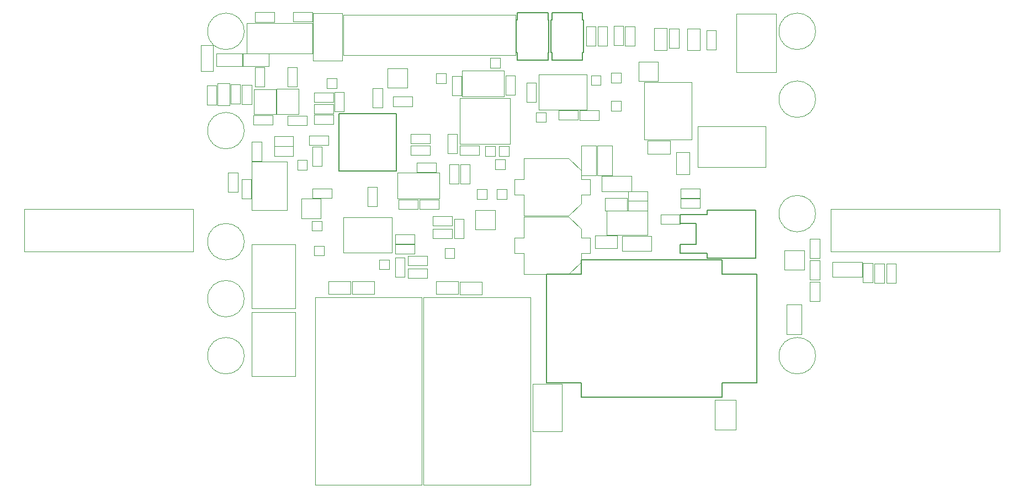
<source format=gbr>
G04 #@! TF.GenerationSoftware,KiCad,Pcbnew,7.0.6*
G04 #@! TF.CreationDate,2024-01-26T23:20:00-08:00*
G04 #@! TF.ProjectId,POWER_BOARD,504f5745-525f-4424-9f41-52442e6b6963,rev?*
G04 #@! TF.SameCoordinates,Original*
G04 #@! TF.FileFunction,Other,User*
%FSLAX46Y46*%
G04 Gerber Fmt 4.6, Leading zero omitted, Abs format (unit mm)*
G04 Created by KiCad (PCBNEW 7.0.6) date 2024-01-26 23:20:00*
%MOMM*%
%LPD*%
G01*
G04 APERTURE LIST*
%ADD10C,0.050000*%
%ADD11C,0.152400*%
G04 APERTURE END LIST*
D10*
X91992000Y-65818000D02*
X94952000Y-65818000D01*
X91992000Y-67278000D02*
X91992000Y-65818000D01*
X94952000Y-65818000D02*
X94952000Y-67278000D01*
X94952000Y-67278000D02*
X91992000Y-67278000D01*
X76504293Y-61139418D02*
X73544293Y-61139418D01*
X76504293Y-59679418D02*
X76504293Y-61139418D01*
X73544293Y-61139418D02*
X73544293Y-59679418D01*
X73544293Y-59679418D02*
X76504293Y-59679418D01*
X70623293Y-32574294D02*
X73583293Y-32574294D01*
X70623293Y-34034294D02*
X70623293Y-32574294D01*
X73583293Y-32574294D02*
X73583293Y-34034294D01*
X73583293Y-34034294D02*
X70623293Y-34034294D01*
X99573500Y-75880000D02*
X96213500Y-75880000D01*
X99573500Y-73980000D02*
X99573500Y-75880000D01*
X96213500Y-75880000D02*
X96213500Y-73980000D01*
X96213500Y-73980000D02*
X99573500Y-73980000D01*
X64214000Y-78052000D02*
X64214000Y-68252000D01*
X70914000Y-78052000D02*
X64214000Y-78052000D01*
X64214000Y-68252000D02*
X70914000Y-68252000D01*
X70914000Y-68252000D02*
X70914000Y-78052000D01*
X85908200Y-45548800D02*
X88868200Y-45548800D01*
X85908200Y-47008800D02*
X85908200Y-45548800D01*
X88868200Y-45548800D02*
X88868200Y-47008800D01*
X88868200Y-47008800D02*
X85908200Y-47008800D01*
X122980200Y-34740400D02*
X122980200Y-37700400D01*
X121520200Y-34740400D02*
X122980200Y-34740400D01*
X122980200Y-37700400D02*
X121520200Y-37700400D01*
X121520200Y-37700400D02*
X121520200Y-34740400D01*
X72694293Y-49963418D02*
X69734293Y-49963418D01*
X72694293Y-48503418D02*
X72694293Y-49963418D01*
X69734293Y-49963418D02*
X69734293Y-48503418D01*
X69734293Y-48503418D02*
X72694293Y-48503418D01*
X70914000Y-78666000D02*
X70914000Y-88466000D01*
X64214000Y-78666000D02*
X70914000Y-78666000D01*
X70914000Y-88466000D02*
X64214000Y-88466000D01*
X64214000Y-88466000D02*
X64214000Y-78666000D01*
X76776829Y-49765145D02*
X73816829Y-49765145D01*
X76776829Y-48305145D02*
X76776829Y-49765145D01*
X73816829Y-49765145D02*
X73816829Y-48305145D01*
X73816829Y-48305145D02*
X76776829Y-48305145D01*
X88195000Y-71914000D02*
X91155000Y-71914000D01*
X88195000Y-73374000D02*
X88195000Y-71914000D01*
X91155000Y-71914000D02*
X91155000Y-73374000D01*
X91155000Y-73374000D02*
X88195000Y-73374000D01*
X153075975Y-62790018D02*
X178975975Y-62790018D01*
X153075975Y-69290018D02*
X153075975Y-62790018D01*
X178975975Y-62790018D02*
X178975975Y-69290018D01*
X178975975Y-69290018D02*
X153075975Y-69290018D01*
X64527293Y-48376418D02*
X67487293Y-48376418D01*
X64527293Y-49836418D02*
X64527293Y-48376418D01*
X67487293Y-48376418D02*
X67487293Y-49836418D01*
X67487293Y-49836418D02*
X64527293Y-49836418D01*
X150722293Y-85301418D02*
G75*
G03*
X150722293Y-85301418I-2800000J0D01*
G01*
X108249000Y-42131000D02*
X108249000Y-47531000D01*
X108249000Y-47531000D02*
X115649000Y-47531000D01*
X115649000Y-42131000D02*
X108249000Y-42131000D01*
X115649000Y-47531000D02*
X115649000Y-42131000D01*
X106425293Y-46395418D02*
X106425293Y-43435418D01*
X107885293Y-46395418D02*
X106425293Y-46395418D01*
X106425293Y-43435418D02*
X107885293Y-43435418D01*
X107885293Y-43435418D02*
X107885293Y-46395418D01*
D11*
X77625293Y-56919418D02*
X86425293Y-56919418D01*
X86425293Y-56919418D02*
X86425293Y-48119418D01*
X86425293Y-48119418D02*
X77625293Y-48119418D01*
X77625293Y-48119418D02*
X77625293Y-56919418D01*
D10*
X83832000Y-70547800D02*
X83832000Y-72047800D01*
X83832000Y-70547800D02*
X85332000Y-70547800D01*
X85332000Y-72047800D02*
X83832000Y-72047800D01*
X85332000Y-72047800D02*
X85332000Y-70547800D01*
X63092293Y-50757418D02*
G75*
G03*
X63092293Y-50757418I-2800000J0D01*
G01*
X102214293Y-53182418D02*
X102214293Y-54682418D01*
X102214293Y-53182418D02*
X103714293Y-53182418D01*
X103714293Y-54682418D02*
X102214293Y-54682418D01*
X103714293Y-54682418D02*
X103714293Y-53182418D01*
X135306000Y-96661000D02*
X135306000Y-92061000D01*
X138506000Y-96661000D02*
X135306000Y-96661000D01*
X135306000Y-92061000D02*
X138506000Y-92061000D01*
X138506000Y-92061000D02*
X138506000Y-96661000D01*
X79404424Y-75840207D02*
X76004424Y-75840207D01*
X79404424Y-73880207D02*
X79404424Y-75840207D01*
X76004424Y-75840207D02*
X76004424Y-73880207D01*
X76004424Y-73880207D02*
X79404424Y-73880207D01*
X64294000Y-55455000D02*
X64294000Y-52495000D01*
X65754000Y-55455000D02*
X64294000Y-55455000D01*
X64294000Y-52495000D02*
X65754000Y-52495000D01*
X65754000Y-52495000D02*
X65754000Y-55455000D01*
X64561293Y-48236152D02*
X64561293Y-44386152D01*
X67961293Y-48236152D02*
X64561293Y-48236152D01*
X67961293Y-44386152D02*
X67961293Y-48236152D01*
X67961293Y-44386152D02*
X64561293Y-44386152D01*
X117891000Y-57752600D02*
X122491000Y-57752600D01*
X117891000Y-60052600D02*
X117891000Y-57752600D01*
X122491000Y-57752600D02*
X122491000Y-60052600D01*
X122491000Y-60052600D02*
X117891000Y-60052600D01*
X78298197Y-39183780D02*
X104748197Y-39183780D01*
X104748197Y-39183780D02*
X104748197Y-33033780D01*
X78298197Y-33033780D02*
X78298197Y-39183780D01*
X104748197Y-33033780D02*
X78298197Y-33033780D01*
X138628200Y-41804200D02*
X138628200Y-32854200D01*
X144728200Y-41804200D02*
X138628200Y-41804200D01*
X138628200Y-32854200D02*
X144728200Y-32854200D01*
X144728200Y-32854200D02*
X144728200Y-41804200D01*
X124492200Y-52151600D02*
X131692200Y-52151600D01*
X131692200Y-52151600D02*
X131692200Y-43351600D01*
X124492200Y-43351600D02*
X124492200Y-52151600D01*
X131692200Y-43351600D02*
X124492200Y-43351600D01*
X71182293Y-41022418D02*
X71182293Y-43982418D01*
X69722293Y-41022418D02*
X71182293Y-41022418D01*
X71182293Y-43982418D02*
X69722293Y-43982418D01*
X69722293Y-43982418D02*
X69722293Y-41022418D01*
X29412293Y-62790018D02*
X29412293Y-69290018D01*
X29412293Y-69290018D02*
X55312293Y-69290018D01*
X55312293Y-62790018D02*
X29412293Y-62790018D01*
X55312293Y-69290018D02*
X55312293Y-62790018D01*
X63092293Y-85301418D02*
G75*
G03*
X63092293Y-85301418I-2800000J0D01*
G01*
X100055293Y-53182418D02*
X100055293Y-54682418D01*
X100055293Y-53182418D02*
X101555293Y-53182418D01*
X101555293Y-54682418D02*
X100055293Y-54682418D01*
X101555293Y-54682418D02*
X101555293Y-53182418D01*
X119392000Y-46240000D02*
X119392000Y-47740000D01*
X119392000Y-46240000D02*
X120892000Y-46240000D01*
X120892000Y-47740000D02*
X119392000Y-47740000D01*
X120892000Y-47740000D02*
X120892000Y-46240000D01*
X150722293Y-45931418D02*
G75*
G03*
X150722293Y-45931418I-2800000J0D01*
G01*
X145997800Y-69112000D02*
X145997800Y-72112000D01*
X145997800Y-69112000D02*
X148997800Y-69112000D01*
X148997800Y-72112000D02*
X145997800Y-72112000D01*
X148997800Y-72112000D02*
X148997800Y-69112000D01*
X88657293Y-53075418D02*
X91617293Y-53075418D01*
X88657293Y-54535418D02*
X88657293Y-53075418D01*
X91617293Y-53075418D02*
X91617293Y-54535418D01*
X91617293Y-54535418D02*
X88657293Y-54535418D01*
X88225000Y-69954000D02*
X91185000Y-69954000D01*
X88225000Y-71414000D02*
X88225000Y-69954000D01*
X91185000Y-69954000D02*
X91185000Y-71414000D01*
X91185000Y-71414000D02*
X88225000Y-71414000D01*
X100817293Y-39593418D02*
X100817293Y-41093418D01*
X100817293Y-39593418D02*
X102317293Y-39593418D01*
X102317293Y-41093418D02*
X100817293Y-41093418D01*
X102317293Y-41093418D02*
X102317293Y-39593418D01*
X96546931Y-41533285D02*
X96546931Y-45533285D01*
X96546931Y-45533285D02*
X102946931Y-45533285D01*
X102946931Y-41533285D02*
X96546931Y-41533285D01*
X102946931Y-45533285D02*
X102946931Y-41533285D01*
X101579293Y-55214418D02*
X101579293Y-56714418D01*
X101579293Y-55214418D02*
X103079293Y-55214418D01*
X103079293Y-56714418D02*
X101579293Y-56714418D01*
X103079293Y-56714418D02*
X103079293Y-55214418D01*
X116293200Y-42277600D02*
X116293200Y-43777600D01*
X116293200Y-42277600D02*
X117793200Y-42277600D01*
X117793200Y-43777600D02*
X116293200Y-43777600D01*
X117793200Y-43777600D02*
X117793200Y-42277600D01*
X96221800Y-58909400D02*
X96221800Y-55949400D01*
X97681800Y-58909400D02*
X96221800Y-58909400D01*
X96221800Y-55949400D02*
X97681800Y-55949400D01*
X97681800Y-55949400D02*
X97681800Y-58909400D01*
X62897000Y-38928000D02*
X62897000Y-40828000D01*
X62897000Y-38928000D02*
X66897000Y-38928000D01*
X62897000Y-40828000D02*
X66897000Y-40828000D01*
X66897000Y-38928000D02*
X66897000Y-40828000D01*
X73468800Y-64629600D02*
X73468800Y-66129600D01*
X73468800Y-64629600D02*
X74968800Y-64629600D01*
X74968800Y-66129600D02*
X73468800Y-66129600D01*
X74968800Y-66129600D02*
X74968800Y-64629600D01*
X107017000Y-105150315D02*
X107017000Y-76370315D01*
X107017000Y-76370315D02*
X90617000Y-76370315D01*
X90617000Y-105150315D02*
X107017000Y-105150315D01*
X90617000Y-76370315D02*
X90617000Y-105150315D01*
X132696600Y-50096400D02*
X132696600Y-56346400D01*
X132696600Y-56346400D02*
X143096600Y-56346400D01*
X143096600Y-50096400D02*
X132696600Y-50096400D01*
X143096600Y-56346400D02*
X143096600Y-50096400D01*
X121253000Y-34715000D02*
X121253000Y-37675000D01*
X119793000Y-34715000D02*
X121253000Y-34715000D01*
X121253000Y-37675000D02*
X119793000Y-37675000D01*
X119793000Y-37675000D02*
X119793000Y-34715000D01*
X119392000Y-41922000D02*
X119392000Y-43422000D01*
X119392000Y-41922000D02*
X120892000Y-41922000D01*
X120892000Y-43422000D02*
X119392000Y-43422000D01*
X120892000Y-43422000D02*
X120892000Y-41922000D01*
X111327293Y-47614418D02*
X114287293Y-47614418D01*
X111327293Y-49074418D02*
X111327293Y-47614418D01*
X114287293Y-47614418D02*
X114287293Y-49074418D01*
X114287293Y-49074418D02*
X111327293Y-49074418D01*
X132979200Y-35073800D02*
X132979200Y-38433800D01*
X131079200Y-35073800D02*
X132979200Y-35073800D01*
X132979200Y-38433800D02*
X131079200Y-38433800D01*
X131079200Y-38433800D02*
X131079200Y-35073800D01*
X76961293Y-47792418D02*
X76961293Y-44832418D01*
X78421293Y-47792418D02*
X76961293Y-47792418D01*
X76961293Y-44832418D02*
X78421293Y-44832418D01*
X78421293Y-44832418D02*
X78421293Y-47792418D01*
X56454000Y-41624000D02*
X58354000Y-41624000D01*
X56454000Y-41624000D02*
X56454000Y-37624000D01*
X58354000Y-41624000D02*
X58354000Y-37624000D01*
X56454000Y-37624000D02*
X58354000Y-37624000D01*
X130059293Y-61203418D02*
X133019293Y-61203418D01*
X130059293Y-62663418D02*
X130059293Y-61203418D01*
X133019293Y-61203418D02*
X133019293Y-62663418D01*
X133019293Y-62663418D02*
X130059293Y-62663418D01*
X123569600Y-40181400D02*
X123569600Y-43181400D01*
X123569600Y-40181400D02*
X126569600Y-40181400D01*
X126569600Y-43181400D02*
X123569600Y-43181400D01*
X126569600Y-43181400D02*
X126569600Y-40181400D01*
X149892000Y-76918000D02*
X149892000Y-73958000D01*
X151352000Y-76918000D02*
X149892000Y-76918000D01*
X149892000Y-73958000D02*
X151352000Y-73958000D01*
X151352000Y-73958000D02*
X151352000Y-76918000D01*
X148567000Y-77473000D02*
X148567000Y-82033000D01*
X146327000Y-77473000D02*
X148567000Y-77473000D01*
X148567000Y-82033000D02*
X146327000Y-82033000D01*
X146327000Y-82033000D02*
X146327000Y-77473000D01*
X94330340Y-54215687D02*
X94330340Y-51255687D01*
X95790340Y-54215687D02*
X94330340Y-54215687D01*
X94330340Y-51255687D02*
X95790340Y-51255687D01*
X95790340Y-51255687D02*
X95790340Y-54215687D01*
X88657293Y-51297418D02*
X91617293Y-51297418D01*
X88657293Y-52757418D02*
X88657293Y-51297418D01*
X91617293Y-51297418D02*
X91617293Y-52757418D01*
X91617293Y-52757418D02*
X88657293Y-52757418D01*
X96449848Y-42358224D02*
X96449848Y-45318224D01*
X94989848Y-42358224D02*
X96449848Y-42358224D01*
X96449848Y-45318224D02*
X94989848Y-45318224D01*
X94989848Y-45318224D02*
X94989848Y-42358224D01*
D11*
X104991099Y-39924900D02*
X104991099Y-38773100D01*
X109689701Y-39924900D02*
X104991099Y-39924900D01*
X109689701Y-39924900D02*
X109689701Y-38773100D01*
X104838500Y-38773100D02*
X104838500Y-33769300D01*
X104991099Y-38773100D02*
X104838500Y-38773100D01*
X109842300Y-38773100D02*
X109689701Y-38773100D01*
X104838500Y-33769300D02*
X104991099Y-33769300D01*
X109689701Y-33769300D02*
X109842300Y-33769300D01*
X109842300Y-33769300D02*
X109842300Y-38773100D01*
X104991099Y-32617500D02*
X104991099Y-33769300D01*
X104991099Y-32617500D02*
X109689701Y-32617500D01*
X109689701Y-32617500D02*
X109689701Y-33769300D01*
D10*
X127905990Y-35023000D02*
X127905990Y-38383000D01*
X126005990Y-35023000D02*
X127905990Y-35023000D01*
X127905990Y-38383000D02*
X126005990Y-38383000D01*
X126005990Y-38383000D02*
X126005990Y-35023000D01*
X116930000Y-66838000D02*
X120330000Y-66838000D01*
X116930000Y-68798000D02*
X116930000Y-66838000D01*
X120330000Y-66838000D02*
X120330000Y-68798000D01*
X120330000Y-68798000D02*
X116930000Y-68798000D01*
X101833293Y-59786418D02*
X101833293Y-61286418D01*
X101833293Y-59786418D02*
X103333293Y-59786418D01*
X103333293Y-61286418D02*
X101833293Y-61286418D01*
X103333293Y-61286418D02*
X103333293Y-59786418D01*
X149892000Y-70314000D02*
X149892000Y-67354000D01*
X151352000Y-70314000D02*
X149892000Y-70314000D01*
X149892000Y-67354000D02*
X151352000Y-67354000D01*
X151352000Y-67354000D02*
X151352000Y-70314000D01*
X73663293Y-40056418D02*
X73663293Y-32756418D01*
X78163293Y-40056418D02*
X73663293Y-40056418D01*
X73663293Y-32756418D02*
X78163293Y-32756418D01*
X78163293Y-32756418D02*
X78163293Y-40056418D01*
X107351000Y-96918800D02*
X107351000Y-89618800D01*
X111851000Y-96918800D02*
X107351000Y-96918800D01*
X107351000Y-89618800D02*
X111851000Y-89618800D01*
X111851000Y-89618800D02*
X111851000Y-96918800D01*
X66229292Y-41022418D02*
X66229292Y-43982418D01*
X64769292Y-41022418D02*
X66229292Y-41022418D01*
X66229292Y-43982418D02*
X64769292Y-43982418D01*
X64769292Y-43982418D02*
X64769292Y-41022418D01*
X70644200Y-53104800D02*
X67684200Y-53104800D01*
X70644200Y-51644800D02*
X70644200Y-53104800D01*
X67684200Y-53104800D02*
X67684200Y-51644800D01*
X67684200Y-51644800D02*
X70644200Y-51644800D01*
X67763567Y-34054657D02*
X64803567Y-34054657D01*
X67763567Y-32594657D02*
X67763567Y-34054657D01*
X64803567Y-34054657D02*
X64803567Y-32594657D01*
X64803567Y-32594657D02*
X67763567Y-32594657D01*
X121029693Y-66952000D02*
X125589693Y-66952000D01*
X121029693Y-69192000D02*
X121029693Y-66952000D01*
X125589693Y-66952000D02*
X125589693Y-69192000D01*
X125589693Y-69192000D02*
X121029693Y-69192000D01*
X159798000Y-74111418D02*
X159798000Y-71151418D01*
X161258000Y-74111418D02*
X159798000Y-74111418D01*
X159798000Y-71151418D02*
X161258000Y-71151418D01*
X161258000Y-71151418D02*
X161258000Y-74111418D01*
X85114000Y-41172000D02*
X85114000Y-44172000D01*
X85114000Y-41172000D02*
X88114000Y-41172000D01*
X88114000Y-44172000D02*
X85114000Y-44172000D01*
X88114000Y-44172000D02*
X88114000Y-41172000D01*
X57385200Y-46768500D02*
X57385200Y-43808500D01*
X58845200Y-46768500D02*
X57385200Y-46768500D01*
X57385200Y-43808500D02*
X58845200Y-43808500D01*
X58845200Y-43808500D02*
X58845200Y-46768500D01*
X75996293Y-53011418D02*
X73036293Y-53011418D01*
X75996293Y-51551418D02*
X75996293Y-53011418D01*
X73036293Y-53011418D02*
X73036293Y-51551418D01*
X73036293Y-51551418D02*
X75996293Y-51551418D01*
X98785293Y-59786418D02*
X98785293Y-61286418D01*
X98785293Y-59786418D02*
X100285293Y-59786418D01*
X100285293Y-61286418D02*
X98785293Y-61286418D01*
X100285293Y-61286418D02*
X100285293Y-59786418D01*
X63092293Y-67801418D02*
G75*
G03*
X63092293Y-67801418I-2800000J0D01*
G01*
X93015944Y-61215017D02*
X93015944Y-57215017D01*
X93015944Y-57215017D02*
X86615944Y-57215017D01*
X86615944Y-61215017D02*
X93015944Y-61215017D01*
X86615944Y-57215017D02*
X86615944Y-61215017D01*
D11*
X141579600Y-62952450D02*
X141579600Y-70293050D01*
X134137400Y-62952450D02*
X141579600Y-62952450D01*
X134137400Y-63634249D02*
X134137400Y-62952450D01*
X129946400Y-63634249D02*
X134137400Y-63634249D01*
X132435600Y-65031249D02*
X129946400Y-65031249D01*
X129946400Y-65031249D02*
X129946400Y-63634249D01*
X132435600Y-68214251D02*
X132435600Y-65031249D01*
X129946400Y-68214251D02*
X132435600Y-68214251D01*
X134137400Y-69611251D02*
X129946400Y-69611251D01*
X129946400Y-69611251D02*
X129946400Y-68214251D01*
X141579600Y-70293050D02*
X134137400Y-70293050D01*
X134137400Y-70293050D02*
X134137400Y-69611251D01*
D10*
X93865000Y-68846000D02*
X93865000Y-70346000D01*
X93865000Y-68846000D02*
X95365000Y-68846000D01*
X95365000Y-70346000D02*
X93865000Y-70346000D01*
X95365000Y-70346000D02*
X95365000Y-68846000D01*
X58833000Y-38928000D02*
X58833000Y-40828000D01*
X58833000Y-38928000D02*
X62833000Y-38928000D01*
X58833000Y-40828000D02*
X62833000Y-40828000D01*
X62833000Y-38928000D02*
X62833000Y-40828000D01*
X150722293Y-35517418D02*
G75*
G03*
X150722293Y-35517418I-2800000J0D01*
G01*
D11*
X114998301Y-32617500D02*
X114998301Y-33769300D01*
X110299699Y-32617500D02*
X114998301Y-32617500D01*
X110299699Y-32617500D02*
X110299699Y-33769300D01*
X115150900Y-33769300D02*
X115150900Y-38773100D01*
X114998301Y-33769300D02*
X115150900Y-33769300D01*
X110147100Y-33769300D02*
X110299699Y-33769300D01*
X115150900Y-38773100D02*
X114998301Y-38773100D01*
X110299699Y-38773100D02*
X110147100Y-38773100D01*
X110147100Y-38773100D02*
X110147100Y-33769300D01*
X114998301Y-39924900D02*
X114998301Y-38773100D01*
X114998301Y-39924900D02*
X110299699Y-39924900D01*
X110299699Y-39924900D02*
X110299699Y-38773100D01*
D10*
X71873293Y-61195418D02*
X71873293Y-64195418D01*
X71873293Y-61195418D02*
X74873293Y-61195418D01*
X74873293Y-64195418D02*
X71873293Y-64195418D01*
X74873293Y-64195418D02*
X74873293Y-61195418D01*
X131358200Y-54053000D02*
X131358200Y-57453000D01*
X129398200Y-54053000D02*
X131358200Y-54053000D01*
X131358200Y-57453000D02*
X129398200Y-57453000D01*
X129398200Y-57453000D02*
X129398200Y-54053000D01*
X95292293Y-67271418D02*
X95292293Y-64311418D01*
X96752293Y-67271418D02*
X95292293Y-67271418D01*
X95292293Y-64311418D02*
X96752293Y-64311418D01*
X96752293Y-64311418D02*
X96752293Y-67271418D01*
X121989400Y-61550800D02*
X124949400Y-61550800D01*
X121989400Y-63010800D02*
X121989400Y-61550800D01*
X124949400Y-61550800D02*
X124949400Y-63010800D01*
X124949400Y-63010800D02*
X121989400Y-63010800D01*
X104631206Y-42341861D02*
X104631206Y-45301861D01*
X103171206Y-42341861D02*
X104631206Y-42341861D01*
X104631206Y-45301861D02*
X103171206Y-45301861D01*
X103171206Y-45301861D02*
X103171206Y-42341861D01*
X153345800Y-70939800D02*
X157905800Y-70939800D01*
X153345800Y-73179800D02*
X153345800Y-70939800D01*
X157905800Y-70939800D02*
X157905800Y-73179800D01*
X157905800Y-73179800D02*
X153345800Y-73179800D01*
X86277000Y-68231000D02*
X89237000Y-68231000D01*
X86277000Y-69691000D02*
X86277000Y-68231000D01*
X89237000Y-68231000D02*
X89237000Y-69691000D01*
X89237000Y-69691000D02*
X86277000Y-69691000D01*
X83501293Y-59437418D02*
X83501293Y-62397418D01*
X82041293Y-59437418D02*
X83501293Y-59437418D01*
X83501293Y-62397418D02*
X82041293Y-62397418D01*
X82041293Y-62397418D02*
X82041293Y-59437418D01*
X114801000Y-57672000D02*
X114801000Y-53072000D01*
X117101000Y-57672000D02*
X114801000Y-57672000D01*
X114801000Y-53072000D02*
X117101000Y-53072000D01*
X117101000Y-53072000D02*
X117101000Y-57672000D01*
X86292293Y-66707000D02*
X89252293Y-66707000D01*
X86292293Y-68167000D02*
X86292293Y-66707000D01*
X89252293Y-66707000D02*
X89252293Y-68167000D01*
X89252293Y-68167000D02*
X86292293Y-68167000D01*
X78349335Y-64071418D02*
X78349335Y-69471418D01*
X78349335Y-69471418D02*
X85749335Y-69471418D01*
X85749335Y-64071418D02*
X78349335Y-64071418D01*
X85749335Y-69471418D02*
X85749335Y-64071418D01*
X64230000Y-43732000D02*
X64230000Y-46692000D01*
X62770000Y-43732000D02*
X64230000Y-43732000D01*
X64230000Y-46692000D02*
X62770000Y-46692000D01*
X62770000Y-46692000D02*
X62770000Y-43732000D01*
X130059293Y-59679418D02*
X133019293Y-59679418D01*
X130059293Y-61139418D02*
X130059293Y-59679418D01*
X133019293Y-59679418D02*
X133019293Y-61139418D01*
X133019293Y-61139418D02*
X130059293Y-61139418D01*
X92539000Y-57118000D02*
X89579000Y-57118000D01*
X92539000Y-55658000D02*
X92539000Y-57118000D01*
X89579000Y-57118000D02*
X89579000Y-55658000D01*
X89579000Y-55658000D02*
X92539000Y-55658000D01*
X150722293Y-63500000D02*
G75*
G03*
X150722293Y-63500000I-2800000J0D01*
G01*
X103895591Y-52799313D02*
X103895591Y-45799313D01*
X103895591Y-45799313D02*
X96195591Y-45799313D01*
X96195591Y-52799313D02*
X103895591Y-52799313D01*
X96195591Y-45799313D02*
X96195591Y-52799313D01*
D11*
X141702601Y-89494996D02*
X136349905Y-89494996D01*
X141702601Y-72825000D02*
X141702601Y-89494996D01*
X141702601Y-72825000D02*
X136349905Y-72825000D01*
X136349905Y-91700998D02*
X114836105Y-91700998D01*
X136349905Y-89494996D02*
X136349905Y-91700998D01*
X136349905Y-72825000D02*
X136349905Y-70618998D01*
X114836105Y-89494996D02*
X114836105Y-91700998D01*
X114836105Y-72825000D02*
X114836105Y-70618998D01*
X114836105Y-70618998D02*
X136349905Y-70618998D01*
X109483409Y-89494996D02*
X114836105Y-89494996D01*
X109483409Y-72825000D02*
X114836105Y-72825000D01*
X109483409Y-72825000D02*
X109483409Y-89494996D01*
D10*
X129762000Y-35096000D02*
X129762000Y-38056000D01*
X128302000Y-35096000D02*
X129762000Y-35096000D01*
X129762000Y-38056000D02*
X128302000Y-38056000D01*
X128302000Y-38056000D02*
X128302000Y-35096000D01*
X89752697Y-62824802D02*
X86792697Y-62824802D01*
X89752697Y-61364802D02*
X89752697Y-62824802D01*
X86792697Y-62824802D02*
X86792697Y-61364802D01*
X86792697Y-61364802D02*
X89752697Y-61364802D01*
X62096400Y-57219400D02*
X62096400Y-60179400D01*
X60636400Y-57219400D02*
X62096400Y-57219400D01*
X62096400Y-60179400D02*
X60636400Y-60179400D01*
X60636400Y-60179400D02*
X60636400Y-57219400D01*
X149892000Y-73616000D02*
X149892000Y-70656000D01*
X151352000Y-73616000D02*
X149892000Y-73616000D01*
X149892000Y-70656000D02*
X151352000Y-70656000D01*
X151352000Y-70656000D02*
X151352000Y-73616000D01*
X64242293Y-62944000D02*
X69642293Y-62944000D01*
X69642293Y-62944000D02*
X69642293Y-55544000D01*
X64242293Y-55544000D02*
X64242293Y-62944000D01*
X69642293Y-55544000D02*
X64242293Y-55544000D01*
X68062724Y-48195426D02*
X68062724Y-44345426D01*
X71462724Y-48195426D02*
X68062724Y-48195426D01*
X71462724Y-44345426D02*
X71462724Y-48195426D01*
X71462724Y-44345426D02*
X68062724Y-44345426D01*
X87725000Y-70211000D02*
X87725000Y-73171000D01*
X86265000Y-70211000D02*
X87725000Y-70211000D01*
X87725000Y-73171000D02*
X86265000Y-73171000D01*
X86265000Y-73171000D02*
X86265000Y-70211000D01*
X118685054Y-63072708D02*
X118685054Y-66772708D01*
X118685054Y-63072708D02*
X124985054Y-63072708D01*
X118685054Y-66772708D02*
X124985054Y-66772708D01*
X124985054Y-63072708D02*
X124985054Y-66772708D01*
X90372293Y-105131418D02*
X90372293Y-76351418D01*
X90372293Y-76351418D02*
X73972293Y-76351418D01*
X73972293Y-105131418D02*
X90372293Y-105131418D01*
X73972293Y-76351418D02*
X73972293Y-105131418D01*
X124949400Y-61537600D02*
X121989400Y-61537600D01*
X124949400Y-60077600D02*
X124949400Y-61537600D01*
X121989400Y-61537600D02*
X121989400Y-60077600D01*
X121989400Y-60077600D02*
X124949400Y-60077600D01*
X163072293Y-71141418D02*
X163072293Y-74101418D01*
X161612293Y-71141418D02*
X163072293Y-71141418D01*
X163072293Y-74101418D02*
X161612293Y-74101418D01*
X161612293Y-74101418D02*
X161612293Y-71141418D01*
X117011200Y-34740400D02*
X117011200Y-37700400D01*
X115551200Y-34740400D02*
X117011200Y-34740400D01*
X117011200Y-37700400D02*
X115551200Y-37700400D01*
X115551200Y-37700400D02*
X115551200Y-34740400D01*
X76758293Y-46407418D02*
X73798293Y-46407418D01*
X76758293Y-44947418D02*
X76758293Y-46407418D01*
X73798293Y-46407418D02*
X73798293Y-44947418D01*
X73798293Y-44947418D02*
X76758293Y-44947418D01*
X159480000Y-71131418D02*
X159480000Y-74091418D01*
X158020000Y-71131418D02*
X159480000Y-71131418D01*
X159480000Y-74091418D02*
X158020000Y-74091418D01*
X158020000Y-74091418D02*
X158020000Y-71131418D01*
X134017000Y-38310000D02*
X134017000Y-35350000D01*
X135477000Y-38310000D02*
X134017000Y-38310000D01*
X134017000Y-35350000D02*
X135477000Y-35350000D01*
X135477000Y-35350000D02*
X135477000Y-38310000D01*
X83037679Y-75799094D02*
X79677679Y-75799094D01*
X83037679Y-73899094D02*
X83037679Y-75799094D01*
X79677679Y-75799094D02*
X79677679Y-73899094D01*
X79677679Y-73899094D02*
X83037679Y-73899094D01*
X107860400Y-47941800D02*
X107860400Y-49441800D01*
X107860400Y-47941800D02*
X109360400Y-47941800D01*
X109360400Y-49441800D02*
X107860400Y-49441800D01*
X109360400Y-49441800D02*
X109360400Y-47941800D01*
X94580000Y-58909400D02*
X94580000Y-55949400D01*
X96040000Y-58909400D02*
X94580000Y-58909400D01*
X94580000Y-55949400D02*
X96040000Y-55949400D01*
X96040000Y-55949400D02*
X96040000Y-58909400D01*
X76765565Y-48156145D02*
X73805565Y-48156145D01*
X76765565Y-46696145D02*
X76765565Y-48156145D01*
X73805565Y-48156145D02*
X73805565Y-46696145D01*
X73805565Y-46696145D02*
X76765565Y-46696145D01*
X63092293Y-35517418D02*
G75*
G03*
X63092293Y-35517418I-2800000J0D01*
G01*
X82836000Y-47200000D02*
X82836000Y-44240000D01*
X84296000Y-47200000D02*
X82836000Y-47200000D01*
X82836000Y-44240000D02*
X84296000Y-44240000D01*
X84296000Y-44240000D02*
X84296000Y-47200000D01*
X118442000Y-61080000D02*
X121842000Y-61080000D01*
X118442000Y-63040000D02*
X118442000Y-61080000D01*
X121842000Y-61080000D02*
X121842000Y-63040000D01*
X121842000Y-63040000D02*
X118442000Y-63040000D01*
X70644200Y-54628800D02*
X67684200Y-54628800D01*
X70644200Y-53168800D02*
X70644200Y-54628800D01*
X67684200Y-54628800D02*
X67684200Y-53168800D01*
X67684200Y-53168800D02*
X70644200Y-53168800D01*
X60894000Y-43506900D02*
X60894000Y-46866900D01*
X58994000Y-43506900D02*
X60894000Y-43506900D01*
X60894000Y-46866900D02*
X58994000Y-46866900D01*
X58994000Y-46866900D02*
X58994000Y-43506900D01*
X95936861Y-75837000D02*
X92536861Y-75837000D01*
X95936861Y-73877000D02*
X95936861Y-75837000D01*
X92536861Y-75837000D02*
X92536861Y-73877000D01*
X92536861Y-73877000D02*
X95936861Y-73877000D01*
X116163000Y-69576800D02*
X114763000Y-69576800D01*
X116163000Y-67176800D02*
X116163000Y-69576800D01*
X114763000Y-70901800D02*
X112888000Y-72776800D01*
X114763000Y-69576800D02*
X114763000Y-70901800D01*
X114763000Y-67176800D02*
X116163000Y-67176800D01*
X114763000Y-65851800D02*
X114763000Y-67176800D01*
X112888000Y-72776800D02*
X105963000Y-72776800D01*
X112888000Y-63976800D02*
X114763000Y-65851800D01*
X105963000Y-72776800D02*
X105963000Y-69576800D01*
X105963000Y-69576800D02*
X104563000Y-69576800D01*
X105963000Y-67176800D02*
X105963000Y-63976800D01*
X105963000Y-63976800D02*
X112888000Y-63976800D01*
X104563000Y-69576800D02*
X104563000Y-67176800D01*
X104563000Y-67176800D02*
X105963000Y-67176800D01*
X116163000Y-60636000D02*
X114763000Y-60636000D01*
X116163000Y-58236000D02*
X116163000Y-60636000D01*
X114763000Y-61961000D02*
X112888000Y-63836000D01*
X114763000Y-60636000D02*
X114763000Y-61961000D01*
X114763000Y-58236000D02*
X116163000Y-58236000D01*
X114763000Y-56911000D02*
X114763000Y-58236000D01*
X112888000Y-63836000D02*
X105963000Y-63836000D01*
X112888000Y-55036000D02*
X114763000Y-56911000D01*
X105963000Y-63836000D02*
X105963000Y-60636000D01*
X105963000Y-60636000D02*
X104563000Y-60636000D01*
X105963000Y-58236000D02*
X105963000Y-55036000D01*
X105963000Y-55036000D02*
X112888000Y-55036000D01*
X104563000Y-60636000D02*
X104563000Y-58236000D01*
X104563000Y-58236000D02*
X105963000Y-58236000D01*
X92062293Y-63881418D02*
X95022293Y-63881418D01*
X92062293Y-65341418D02*
X92062293Y-63881418D01*
X95022293Y-63881418D02*
X95022293Y-65341418D01*
X95022293Y-65341418D02*
X92062293Y-65341418D01*
X92544200Y-41998200D02*
X92544200Y-43498200D01*
X92544200Y-41998200D02*
X94044200Y-41998200D01*
X94044200Y-43498200D02*
X92544200Y-43498200D01*
X94044200Y-43498200D02*
X94044200Y-41998200D01*
X73849800Y-68439600D02*
X73849800Y-69939600D01*
X73849800Y-68439600D02*
X75349800Y-68439600D01*
X75349800Y-69939600D02*
X73849800Y-69939600D01*
X75349800Y-69939600D02*
X75349800Y-68439600D01*
X89976663Y-61376100D02*
X92936663Y-61376100D01*
X89976663Y-62836100D02*
X89976663Y-61376100D01*
X92936663Y-61376100D02*
X92936663Y-62836100D01*
X92936663Y-62836100D02*
X89976663Y-62836100D01*
X73573179Y-38877981D02*
X73573179Y-34257981D01*
X73573179Y-34257981D02*
X63473179Y-34257981D01*
X63473179Y-38877981D02*
X73573179Y-38877981D01*
X63473179Y-34257981D02*
X63473179Y-38877981D01*
X126981000Y-63659000D02*
X129941000Y-63659000D01*
X126981000Y-65119000D02*
X126981000Y-63659000D01*
X129941000Y-63659000D02*
X129941000Y-65119000D01*
X129941000Y-65119000D02*
X126981000Y-65119000D01*
X71259000Y-55257000D02*
X71259000Y-56757000D01*
X71259000Y-55257000D02*
X72759000Y-55257000D01*
X72759000Y-56757000D02*
X71259000Y-56757000D01*
X72759000Y-56757000D02*
X72759000Y-55257000D01*
X74992293Y-53214418D02*
X74992293Y-56174418D01*
X73532293Y-53214418D02*
X74992293Y-53214418D01*
X74992293Y-56174418D02*
X73532293Y-56174418D01*
X73532293Y-56174418D02*
X73532293Y-53214418D01*
X96205006Y-53080438D02*
X99165006Y-53080438D01*
X96205006Y-54540438D02*
X96205006Y-53080438D01*
X99165006Y-53080438D02*
X99165006Y-54540438D01*
X99165006Y-54540438D02*
X96205006Y-54540438D01*
X117214000Y-57672000D02*
X117214000Y-53072000D01*
X119514000Y-57672000D02*
X117214000Y-57672000D01*
X117214000Y-53072000D02*
X119514000Y-53072000D01*
X119514000Y-53072000D02*
X119514000Y-57672000D01*
X114525690Y-47670462D02*
X117485690Y-47670462D01*
X114525690Y-49130462D02*
X114525690Y-47670462D01*
X117485690Y-47670462D02*
X117485690Y-49130462D01*
X117485690Y-49130462D02*
X114525690Y-49130462D01*
X61017400Y-46641500D02*
X61017400Y-43681500D01*
X62477400Y-46641500D02*
X61017400Y-46641500D01*
X61017400Y-43681500D02*
X62477400Y-43681500D01*
X62477400Y-43681500D02*
X62477400Y-46641500D01*
X62719200Y-61195400D02*
X62719200Y-58235400D01*
X64179200Y-61195400D02*
X62719200Y-61195400D01*
X62719200Y-58235400D02*
X64179200Y-58235400D01*
X64179200Y-58235400D02*
X64179200Y-61195400D01*
X63092293Y-76551418D02*
G75*
G03*
X63092293Y-76551418I-2800000J0D01*
G01*
X98576000Y-62939800D02*
X98576000Y-65939800D01*
X98576000Y-62939800D02*
X101576000Y-62939800D01*
X101576000Y-65939800D02*
X98576000Y-65939800D01*
X101576000Y-65939800D02*
X101576000Y-62939800D01*
X75798293Y-42768418D02*
X75798293Y-44268418D01*
X75798293Y-42768418D02*
X77298293Y-42768418D01*
X77298293Y-44268418D02*
X75798293Y-44268418D01*
X77298293Y-44268418D02*
X77298293Y-42768418D01*
X128399682Y-54294200D02*
X124999682Y-54294200D01*
X128399682Y-52334200D02*
X128399682Y-54294200D01*
X124999682Y-54294200D02*
X124999682Y-52334200D01*
X124999682Y-52334200D02*
X128399682Y-52334200D01*
X118789200Y-34791200D02*
X118789200Y-37751200D01*
X117329200Y-34791200D02*
X118789200Y-34791200D01*
X118789200Y-37751200D02*
X117329200Y-37751200D01*
X117329200Y-37751200D02*
X117329200Y-34791200D01*
M02*

</source>
